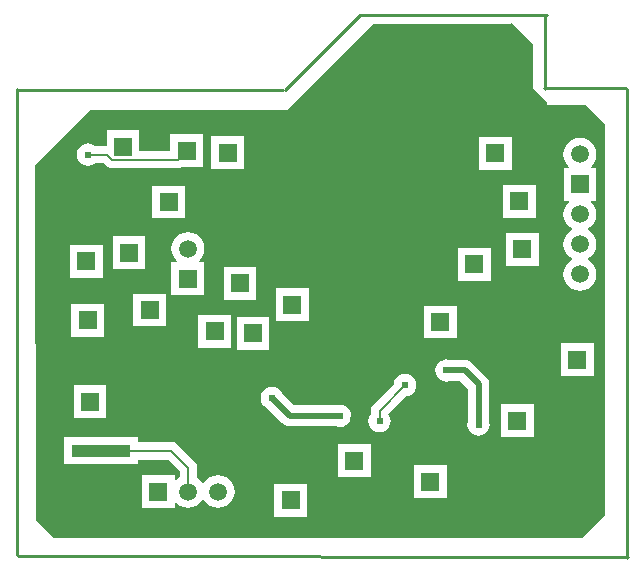
<source format=gbl>
G04 Layer_Physical_Order=2*
G04 Layer_Color=16711680*
%FSLAX25Y25*%
%MOIN*%
G70*
G01*
G75*
%ADD33C,0.02000*%
%ADD35C,0.00800*%
%ADD36C,0.01000*%
%ADD41R,0.05905X0.05905*%
%ADD42R,0.05905X0.05905*%
%ADD43C,0.05905*%
%ADD44C,0.02400*%
%ADD45R,0.19685X0.03937*%
G36*
X520100Y281500D02*
Y266700D01*
X524800Y262000D01*
Y261100D01*
X537800D01*
X544300Y254600D01*
Y124500D01*
X536500Y116700D01*
X360600D01*
X354500Y122800D01*
X354100Y240800D01*
X372700Y259400D01*
X438400D01*
X466900Y287900D01*
X512700D01*
X513200Y288400D01*
X520100Y281500D01*
D02*
G37*
%LPC*%
G36*
X540447Y181650D02*
X529541D01*
Y170744D01*
X540447D01*
Y181650D01*
D02*
G37*
G36*
X378053Y167553D02*
X367147D01*
Y156647D01*
X378053D01*
Y167553D01*
D02*
G37*
G36*
X433300Y167132D02*
X432334Y167005D01*
X431434Y166632D01*
X430661Y166039D01*
X430068Y165266D01*
X429695Y164366D01*
X429568Y163400D01*
X429695Y162434D01*
X430068Y161534D01*
X430661Y160761D01*
X431434Y160168D01*
X431614Y160093D01*
X436721Y154986D01*
X437452Y154425D01*
X438304Y154073D01*
X439218Y153952D01*
X454771D01*
X454951Y153878D01*
X455917Y153751D01*
X456883Y153878D01*
X457783Y154251D01*
X458556Y154844D01*
X459149Y155617D01*
X459522Y156517D01*
X459649Y157483D01*
X459522Y158448D01*
X459149Y159348D01*
X458556Y160121D01*
X457783Y160714D01*
X456883Y161087D01*
X455917Y161214D01*
X454951Y161087D01*
X454771Y161013D01*
X440680D01*
X436607Y165086D01*
X436532Y165266D01*
X435939Y166039D01*
X435166Y166632D01*
X434266Y167005D01*
X433300Y167132D01*
D02*
G37*
G36*
X494753Y194122D02*
X483847D01*
Y183216D01*
X494753D01*
Y194122D01*
D02*
G37*
G36*
X419553Y191053D02*
X408647D01*
Y180147D01*
X419553D01*
Y191053D01*
D02*
G37*
G36*
X432365Y190453D02*
X421459D01*
Y179547D01*
X432365D01*
Y190453D01*
D02*
G37*
G36*
X477600Y171432D02*
X476634Y171305D01*
X475734Y170932D01*
X474961Y170339D01*
X474368Y169566D01*
X473995Y168666D01*
X473914Y168051D01*
X467032Y161168D01*
X466567Y160563D01*
X466275Y159857D01*
X466175Y159100D01*
Y157966D01*
X465868Y157566D01*
X465495Y156666D01*
X465368Y155700D01*
X465495Y154734D01*
X465868Y153834D01*
X466461Y153061D01*
X467234Y152468D01*
X468134Y152095D01*
X469100Y151968D01*
X470066Y152095D01*
X470966Y152468D01*
X471739Y153061D01*
X472332Y153834D01*
X472705Y154734D01*
X472832Y155700D01*
X472705Y156666D01*
X472332Y157566D01*
X472059Y157922D01*
X478181Y164045D01*
X478566Y164095D01*
X479466Y164468D01*
X480239Y165061D01*
X480832Y165834D01*
X481205Y166734D01*
X481332Y167700D01*
X481205Y168666D01*
X480832Y169566D01*
X480239Y170339D01*
X479466Y170932D01*
X478566Y171305D01*
X477600Y171432D01*
D02*
G37*
G36*
X388643Y150268D02*
X363958D01*
Y141332D01*
X388643D01*
Y142875D01*
X398532D01*
X402475Y138932D01*
Y136905D01*
X401411Y136089D01*
X401226Y135848D01*
X400753Y136009D01*
Y137653D01*
X389847D01*
Y126747D01*
X400753D01*
Y128391D01*
X401226Y128552D01*
X401411Y128311D01*
X402550Y127437D01*
X403876Y126888D01*
X405300Y126700D01*
X406723Y126888D01*
X408050Y127437D01*
X409189Y128311D01*
X410019Y129393D01*
X410300Y129424D01*
X410581Y129393D01*
X411411Y128311D01*
X412550Y127437D01*
X413877Y126888D01*
X415300Y126700D01*
X416723Y126888D01*
X418050Y127437D01*
X419189Y128311D01*
X420063Y129450D01*
X420612Y130777D01*
X420800Y132200D01*
X420612Y133624D01*
X420063Y134950D01*
X419189Y136089D01*
X418050Y136963D01*
X416723Y137512D01*
X415300Y137700D01*
X413877Y137512D01*
X412550Y136963D01*
X411411Y136089D01*
X410581Y135007D01*
X410300Y134976D01*
X410019Y135007D01*
X409189Y136089D01*
X408325Y136752D01*
Y140144D01*
X408225Y140901D01*
X407933Y141606D01*
X407468Y142212D01*
X401812Y147868D01*
X401206Y148333D01*
X400501Y148625D01*
X399744Y148725D01*
X388643D01*
Y150268D01*
D02*
G37*
G36*
X491453Y140953D02*
X480547D01*
Y130047D01*
X491453D01*
Y140953D01*
D02*
G37*
G36*
X444953Y134784D02*
X434047D01*
Y123878D01*
X444953D01*
Y134784D01*
D02*
G37*
G36*
X491400Y176332D02*
X490434Y176205D01*
X489534Y175832D01*
X488761Y175239D01*
X488168Y174466D01*
X487795Y173566D01*
X487668Y172600D01*
X487795Y171634D01*
X488168Y170734D01*
X488761Y169961D01*
X489534Y169368D01*
X490434Y168995D01*
X491400Y168868D01*
X492366Y168995D01*
X492546Y169070D01*
X496038D01*
X498570Y166538D01*
Y155646D01*
X498495Y155466D01*
X498368Y154500D01*
X498495Y153534D01*
X498868Y152634D01*
X499461Y151861D01*
X500234Y151268D01*
X501134Y150895D01*
X502100Y150768D01*
X503066Y150895D01*
X503966Y151268D01*
X504739Y151861D01*
X505332Y152634D01*
X505705Y153534D01*
X505832Y154500D01*
X505705Y155466D01*
X505630Y155646D01*
Y168000D01*
X505510Y168914D01*
X505157Y169765D01*
X504596Y170496D01*
X499996Y175096D01*
X499265Y175657D01*
X498414Y176010D01*
X497500Y176130D01*
X492546D01*
X492366Y176205D01*
X491400Y176332D01*
D02*
G37*
G36*
X520453Y161321D02*
X509547D01*
Y150416D01*
X520453D01*
Y161321D01*
D02*
G37*
G36*
X466121Y147981D02*
X455216D01*
Y137075D01*
X466121D01*
Y147981D01*
D02*
G37*
G36*
X377253Y194753D02*
X366347D01*
Y183847D01*
X377253D01*
Y194753D01*
D02*
G37*
G36*
X404253Y234153D02*
X393347D01*
Y223247D01*
X404253D01*
Y234153D01*
D02*
G37*
G36*
X522153Y218453D02*
X511247D01*
Y207547D01*
X522153D01*
Y218453D01*
D02*
G37*
G36*
X391053Y217264D02*
X380147D01*
Y206359D01*
X391053D01*
Y217264D01*
D02*
G37*
G36*
X521153Y234414D02*
X510247D01*
Y223509D01*
X521153D01*
Y234414D01*
D02*
G37*
G36*
X389053Y252653D02*
X378147D01*
Y247425D01*
X374166D01*
X373766Y247732D01*
X372866Y248105D01*
X371900Y248232D01*
X370934Y248105D01*
X370034Y247732D01*
X369261Y247139D01*
X368668Y246366D01*
X368295Y245466D01*
X368168Y244500D01*
X368295Y243534D01*
X368668Y242634D01*
X369261Y241861D01*
X370034Y241268D01*
X370934Y240895D01*
X371900Y240768D01*
X372866Y240895D01*
X373766Y241268D01*
X374166Y241575D01*
X377203D01*
X377999Y240779D01*
X378605Y240314D01*
X379310Y240022D01*
X380067Y239922D01*
X401847D01*
X402604Y240022D01*
X403310Y240314D01*
X403353Y240347D01*
X410253D01*
Y251253D01*
X399347D01*
Y245772D01*
X389053D01*
Y252653D01*
D02*
G37*
G36*
X423965Y250653D02*
X413059D01*
Y239747D01*
X423965D01*
Y250653D01*
D02*
G37*
G36*
X513091Y250376D02*
X502185D01*
Y239471D01*
X513091D01*
Y250376D01*
D02*
G37*
G36*
X428053Y207014D02*
X417147D01*
Y196109D01*
X428053D01*
Y207014D01*
D02*
G37*
G36*
X445453Y199922D02*
X434547D01*
Y189016D01*
X445453D01*
Y199922D01*
D02*
G37*
G36*
X397953Y198153D02*
X387047D01*
Y187247D01*
X397953D01*
Y198153D01*
D02*
G37*
G36*
X405200Y218700D02*
X403777Y218512D01*
X402450Y217963D01*
X401311Y217089D01*
X400437Y215950D01*
X399888Y214623D01*
X399700Y213200D01*
X399888Y211776D01*
X400437Y210450D01*
X401311Y209311D01*
X401552Y209126D01*
X401391Y208653D01*
X399747D01*
Y197747D01*
X410653D01*
Y208653D01*
X409009D01*
X408848Y209126D01*
X409089Y209311D01*
X409963Y210450D01*
X410512Y211776D01*
X410700Y213200D01*
X410512Y214623D01*
X409963Y215950D01*
X409089Y217089D01*
X407950Y217963D01*
X406624Y218512D01*
X405200Y218700D01*
D02*
G37*
G36*
X376753Y214363D02*
X365847D01*
Y203458D01*
X376753D01*
Y214363D01*
D02*
G37*
G36*
X506191Y213353D02*
X495286D01*
Y202447D01*
X506191D01*
Y213353D01*
D02*
G37*
G36*
X535900Y250100D02*
X534477Y249912D01*
X533150Y249363D01*
X532011Y248489D01*
X531137Y247350D01*
X530588Y246024D01*
X530400Y244600D01*
X530588Y243177D01*
X531137Y241850D01*
X532011Y240711D01*
X532252Y240526D01*
X532091Y240053D01*
X530447D01*
Y229147D01*
X532091D01*
X532252Y228674D01*
X532011Y228489D01*
X531137Y227350D01*
X530588Y226024D01*
X530400Y224600D01*
X530588Y223177D01*
X531137Y221850D01*
X532011Y220711D01*
X533093Y219881D01*
X533124Y219600D01*
X533093Y219319D01*
X532011Y218489D01*
X531137Y217350D01*
X530588Y216023D01*
X530400Y214600D01*
X530588Y213176D01*
X531137Y211850D01*
X532011Y210711D01*
X533093Y209881D01*
X533124Y209600D01*
X533093Y209319D01*
X532011Y208489D01*
X531137Y207350D01*
X530588Y206024D01*
X530400Y204600D01*
X530588Y203176D01*
X531137Y201850D01*
X532011Y200711D01*
X533150Y199837D01*
X534477Y199288D01*
X535900Y199100D01*
X537323Y199288D01*
X538650Y199837D01*
X539789Y200711D01*
X540663Y201850D01*
X541212Y203176D01*
X541400Y204600D01*
X541212Y206024D01*
X540663Y207350D01*
X539789Y208489D01*
X538707Y209319D01*
X538676Y209600D01*
X538707Y209881D01*
X539789Y210711D01*
X540663Y211850D01*
X541212Y213176D01*
X541400Y214600D01*
X541212Y216023D01*
X540663Y217350D01*
X539789Y218489D01*
X538707Y219319D01*
X538676Y219600D01*
X538707Y219881D01*
X539789Y220711D01*
X540663Y221850D01*
X541212Y223177D01*
X541400Y224600D01*
X541212Y226024D01*
X540663Y227350D01*
X539789Y228489D01*
X539548Y228674D01*
X539709Y229147D01*
X541353D01*
Y240053D01*
X539709D01*
X539548Y240526D01*
X539789Y240711D01*
X540663Y241850D01*
X541212Y243177D01*
X541400Y244600D01*
X541212Y246024D01*
X540663Y247350D01*
X539789Y248489D01*
X538650Y249363D01*
X537323Y249912D01*
X535900Y250100D01*
D02*
G37*
%LPD*%
D33*
X460117Y156517D02*
X460400Y156800D01*
X462700Y184100D02*
X462800Y184000D01*
X465300D01*
X502100Y154500D02*
Y168000D01*
X439218Y157483D02*
X455917D01*
X433300Y163400D02*
X439218Y157483D01*
X491400Y172600D02*
X497500D01*
X502100Y168000D01*
D35*
X405300Y132200D02*
X405400Y132300D01*
X376800Y145800D02*
X399744D01*
X405400Y132300D02*
Y140144D01*
X399744Y145800D02*
X405400Y140144D01*
X371900Y244500D02*
X378415D01*
X380067Y242847D01*
X401847D01*
X404800Y245800D01*
X469100Y159100D02*
X477600Y167600D01*
X469100Y155700D02*
Y159100D01*
X477600Y167600D02*
Y167700D01*
D36*
X437600Y266200D02*
X462500Y291100D01*
X463000D02*
X524900D01*
X524400Y266400D02*
Y290500D01*
X524000Y266600D02*
X551400D01*
X551700Y110100D02*
Y266500D01*
X348500Y110801D02*
X551800Y110400D01*
X348300Y111000D02*
Y266400D01*
X348200Y266000D02*
X436800D01*
D41*
X422600Y201562D02*
D03*
X534994Y176197D02*
D03*
X515700Y228962D02*
D03*
X426912Y185000D02*
D03*
X414100Y185600D02*
D03*
X392500Y192700D02*
D03*
X371300Y208911D02*
D03*
X372600Y162100D02*
D03*
X398800Y228700D02*
D03*
X371800Y189300D02*
D03*
X489300Y188669D02*
D03*
X385600Y211811D02*
D03*
X418512Y245200D02*
D03*
X383600Y247200D02*
D03*
X404800Y245800D02*
D03*
X507638Y244923D02*
D03*
X515000Y155869D02*
D03*
X440000Y194469D02*
D03*
X380600Y136500D02*
D03*
X370382Y221723D02*
D03*
X522300Y130200D02*
D03*
X395300Y132200D02*
D03*
X460669Y142528D02*
D03*
X486000Y135500D02*
D03*
D42*
X516700Y213000D02*
D03*
X405200Y203200D02*
D03*
X500738Y207900D02*
D03*
X439500Y129331D02*
D03*
X535900Y234600D02*
D03*
X523600Y243900D02*
D03*
D43*
X405200Y213200D02*
D03*
X415300Y132200D02*
D03*
X405300D02*
D03*
X535900Y194600D02*
D03*
Y244600D02*
D03*
Y224600D02*
D03*
Y214600D02*
D03*
Y204600D02*
D03*
D44*
X444300Y220300D02*
D03*
X433900Y243200D02*
D03*
X472000Y281700D02*
D03*
X432700Y208000D02*
D03*
X475700Y205300D02*
D03*
X485100Y217600D02*
D03*
X507242Y277442D02*
D03*
X373900Y169800D02*
D03*
X489100Y281600D02*
D03*
X383100Y152500D02*
D03*
X378500Y188500D02*
D03*
X524600Y151900D02*
D03*
X490869Y248242D02*
D03*
X371900Y244500D02*
D03*
X380000Y221600D02*
D03*
X388400Y236200D02*
D03*
X450400Y262700D02*
D03*
X465300Y184000D02*
D03*
X469100Y155700D02*
D03*
X408700Y156600D02*
D03*
X420400Y139000D02*
D03*
X502100Y154500D02*
D03*
X495900Y159600D02*
D03*
X455917Y157483D02*
D03*
X433300Y163400D02*
D03*
X405200Y184000D02*
D03*
X434100Y142800D02*
D03*
X464900Y194400D02*
D03*
X491400Y172600D02*
D03*
X477600Y167700D02*
D03*
X494200Y231500D02*
D03*
X474700Y210700D02*
D03*
X393600Y248900D02*
D03*
X462794Y168997D02*
D03*
X389800Y168685D02*
D03*
X421200Y147500D02*
D03*
X421100Y151200D02*
D03*
X455911Y242372D02*
D03*
X462142Y242572D02*
D03*
X468073Y242473D02*
D03*
X456011Y236842D02*
D03*
X462142D02*
D03*
X468073D02*
D03*
X456011Y230811D02*
D03*
X462142Y230711D02*
D03*
X468173D02*
D03*
D45*
X376300Y145800D02*
D03*
Y171300D02*
D03*
M02*

</source>
